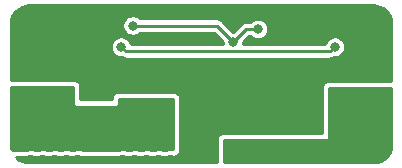
<source format=gbr>
G04 #@! TF.GenerationSoftware,KiCad,Pcbnew,(5.1.2)-2*
G04 #@! TF.CreationDate,2020-05-22T00:57:25-04:00*
G04 #@! TF.ProjectId,SWSupply,53575375-7070-46c7-992e-6b696361645f,rev?*
G04 #@! TF.SameCoordinates,Original*
G04 #@! TF.FileFunction,Copper,L2,Bot*
G04 #@! TF.FilePolarity,Positive*
%FSLAX46Y46*%
G04 Gerber Fmt 4.6, Leading zero omitted, Abs format (unit mm)*
G04 Created by KiCad (PCBNEW (5.1.2)-2) date 2020-05-22 00:57:25*
%MOMM*%
%LPD*%
G04 APERTURE LIST*
%ADD10C,0.600000*%
%ADD11O,1.700000X1.700000*%
%ADD12R,1.700000X1.700000*%
%ADD13C,0.800000*%
%ADD14C,0.250000*%
%ADD15C,0.254000*%
G04 APERTURE END LIST*
D10*
X164900000Y-123100000D03*
X163900000Y-123100000D03*
X162900000Y-123100000D03*
X161900000Y-123100000D03*
X160900000Y-123100000D03*
X157100000Y-123100000D03*
X156100000Y-123100000D03*
X155100000Y-123100000D03*
X154100000Y-123100000D03*
X153100000Y-123100000D03*
X164900000Y-118700000D03*
X163900000Y-118700000D03*
X162900000Y-118700000D03*
X161900000Y-118700000D03*
X160900000Y-118700000D03*
X164900000Y-121700000D03*
X163900000Y-121700000D03*
X162900000Y-121700000D03*
X161900000Y-121700000D03*
X160900000Y-121700000D03*
X157100000Y-121700000D03*
X156100000Y-121700000D03*
X155100000Y-121700000D03*
X154100000Y-121700000D03*
X153100000Y-121700000D03*
X152100000Y-121700000D03*
X164900000Y-120700000D03*
X163900000Y-120700000D03*
X162900000Y-120700000D03*
X161900000Y-120700000D03*
X160900000Y-120700000D03*
X157100000Y-120700000D03*
X156100000Y-120700000D03*
X155100000Y-120700000D03*
X154100000Y-120700000D03*
X153100000Y-120700000D03*
X152100000Y-120700000D03*
X164900000Y-119700000D03*
X163900000Y-119700000D03*
X162900000Y-119700000D03*
X161900000Y-119700000D03*
X160900000Y-119700000D03*
X157100000Y-119700000D03*
X156100000Y-119700000D03*
X155100000Y-119700000D03*
X154100000Y-119700000D03*
X153100000Y-119700000D03*
X165100000Y-110500000D03*
X164100000Y-110500000D03*
X163100000Y-110500000D03*
X162100000Y-110500000D03*
X161100000Y-110500000D03*
X160100000Y-110500000D03*
X159100000Y-110500000D03*
X158100000Y-110500000D03*
X157100000Y-110500000D03*
X156100000Y-113500000D03*
X155100000Y-113500000D03*
X154100000Y-113500000D03*
X153100000Y-113500000D03*
X152100000Y-113500000D03*
X156100000Y-112500000D03*
X155100000Y-112500000D03*
X154100000Y-112500000D03*
X153100000Y-112500000D03*
X152100000Y-112500000D03*
X156100000Y-111500000D03*
X155100000Y-111500000D03*
X154100000Y-111500000D03*
X153100000Y-111500000D03*
X152100000Y-111500000D03*
X152100000Y-119700000D03*
X156100000Y-110500000D03*
X155100000Y-110500000D03*
X154100000Y-110500000D03*
X153100000Y-110500000D03*
X180100000Y-112500000D03*
X181100000Y-112500000D03*
X182100000Y-112500000D03*
X183100000Y-112500000D03*
X180100000Y-113500000D03*
X181100000Y-113500000D03*
X182100000Y-113500000D03*
X183100000Y-113500000D03*
X173600000Y-111500000D03*
X174600000Y-111500000D03*
X175600000Y-111500000D03*
X176600000Y-111500000D03*
X177600000Y-111500000D03*
X178600000Y-111500000D03*
X179600000Y-111500000D03*
X180600000Y-111500000D03*
X181600000Y-111500000D03*
X182600000Y-111500000D03*
X171600000Y-110500000D03*
X172600000Y-110500000D03*
X173600000Y-110500000D03*
X174600000Y-110500000D03*
X175600000Y-110500000D03*
X176600000Y-110500000D03*
X177600000Y-110500000D03*
X178600000Y-110500000D03*
X179600000Y-110500000D03*
X180600000Y-110500000D03*
X181600000Y-110500000D03*
X182600000Y-110500000D03*
X170900000Y-123000000D03*
X171900000Y-123000000D03*
X172900000Y-123000000D03*
X173900000Y-123000000D03*
X174900000Y-123000000D03*
X175900000Y-123000000D03*
X176900000Y-123000000D03*
X177900000Y-123000000D03*
X178900000Y-123000000D03*
X170900000Y-122000000D03*
X171900000Y-122000000D03*
X172900000Y-122000000D03*
X173900000Y-122000000D03*
X174900000Y-122000000D03*
X175900000Y-122000000D03*
X176900000Y-122000000D03*
X177900000Y-122000000D03*
X182900000Y-123000000D03*
X181900000Y-123000000D03*
X180900000Y-123000000D03*
X179900000Y-123000000D03*
X182900000Y-122000000D03*
X181900000Y-122000000D03*
X180900000Y-122000000D03*
X179900000Y-122000000D03*
X178900000Y-122000000D03*
X182900000Y-121000000D03*
X181900000Y-121000000D03*
X180900000Y-121000000D03*
X179900000Y-121000000D03*
X178900000Y-121000000D03*
X182900000Y-120000000D03*
X181900000Y-120000000D03*
X180900000Y-120000000D03*
X179900000Y-120000000D03*
X178900000Y-120000000D03*
D11*
X155140000Y-118120000D03*
X152600000Y-118120000D03*
X155140000Y-115580000D03*
D12*
X152600000Y-115580000D03*
D11*
X182440000Y-118120000D03*
X179900000Y-118120000D03*
X182440000Y-115580000D03*
D12*
X179900000Y-115580000D03*
D13*
X170200000Y-113299998D03*
X172300000Y-112200000D03*
X161700000Y-111900000D03*
X160700000Y-113700000D03*
X178800000Y-113700000D03*
D14*
X171734315Y-112200000D02*
X172300000Y-112200000D01*
X171299998Y-112200000D02*
X171734315Y-112200000D01*
X170200000Y-113299998D02*
X171299998Y-112200000D01*
X162265685Y-111900000D02*
X161700000Y-111900000D01*
X168800002Y-111900000D02*
X162265685Y-111900000D01*
X170200000Y-113299998D02*
X168800002Y-111900000D01*
X160700000Y-113700000D02*
X161099999Y-114099999D01*
X178400001Y-114099999D02*
X178800000Y-113700000D01*
X161099999Y-114099999D02*
X178400001Y-114099999D01*
D15*
G36*
X182390497Y-110232891D02*
G01*
X182669927Y-110317256D01*
X182927647Y-110454289D01*
X183153847Y-110638773D01*
X183339901Y-110863673D01*
X183478731Y-111120435D01*
X183565045Y-111399270D01*
X183598001Y-111712821D01*
X183598001Y-116623000D01*
X178200000Y-116623000D01*
X178106942Y-116632165D01*
X178017460Y-116659309D01*
X177934993Y-116703389D01*
X177862710Y-116762710D01*
X177803389Y-116834993D01*
X177759309Y-116917460D01*
X177732165Y-117006942D01*
X177723000Y-117100000D01*
X177723000Y-121023000D01*
X169300000Y-121023000D01*
X169206942Y-121032165D01*
X169117460Y-121059309D01*
X169034993Y-121103389D01*
X168962710Y-121162710D01*
X168903389Y-121234993D01*
X168859309Y-121317460D01*
X168832165Y-121406942D01*
X168823000Y-121500000D01*
X168823000Y-123498000D01*
X152924551Y-123498000D01*
X152609506Y-123467109D01*
X152330077Y-123382745D01*
X152072354Y-123245712D01*
X151846155Y-123061228D01*
X151801868Y-123007695D01*
X165200000Y-123007695D01*
X165293058Y-122998530D01*
X165382540Y-122971386D01*
X165465007Y-122927306D01*
X165537290Y-122867985D01*
X165596611Y-122795702D01*
X165640691Y-122713235D01*
X165667835Y-122623753D01*
X165677000Y-122530695D01*
X165677000Y-118000000D01*
X165667835Y-117906942D01*
X165640691Y-117817460D01*
X165596611Y-117734993D01*
X165537290Y-117662710D01*
X165465007Y-117603389D01*
X165382540Y-117559309D01*
X165293058Y-117532165D01*
X165200000Y-117523000D01*
X160400000Y-117523000D01*
X160306942Y-117532165D01*
X160217460Y-117559309D01*
X160134993Y-117603389D01*
X160062710Y-117662710D01*
X160003389Y-117734993D01*
X159959309Y-117817460D01*
X159932165Y-117906942D01*
X159923000Y-118000000D01*
X159923000Y-118153695D01*
X157277000Y-118153695D01*
X157277000Y-117000000D01*
X157267835Y-116906942D01*
X157240691Y-116817460D01*
X157196611Y-116734993D01*
X157137290Y-116662710D01*
X157065007Y-116603389D01*
X156982540Y-116559309D01*
X156893058Y-116532165D01*
X156800000Y-116523000D01*
X151402000Y-116523000D01*
X151402000Y-113613623D01*
X159823000Y-113613623D01*
X159823000Y-113786377D01*
X159856703Y-113955811D01*
X159922813Y-114115415D01*
X160018790Y-114259055D01*
X160140945Y-114381210D01*
X160284585Y-114477187D01*
X160444189Y-114543297D01*
X160613623Y-114577000D01*
X160732290Y-114577000D01*
X160763928Y-114602965D01*
X160868509Y-114658865D01*
X160981987Y-114693288D01*
X161070433Y-114701999D01*
X161070442Y-114701999D01*
X161099998Y-114704910D01*
X161129555Y-114701999D01*
X178370445Y-114701999D01*
X178400001Y-114704910D01*
X178429557Y-114701999D01*
X178429567Y-114701999D01*
X178518013Y-114693288D01*
X178631491Y-114658865D01*
X178736072Y-114602965D01*
X178767710Y-114577000D01*
X178886377Y-114577000D01*
X179055811Y-114543297D01*
X179215415Y-114477187D01*
X179359055Y-114381210D01*
X179481210Y-114259055D01*
X179577187Y-114115415D01*
X179643297Y-113955811D01*
X179677000Y-113786377D01*
X179677000Y-113613623D01*
X179643297Y-113444189D01*
X179577187Y-113284585D01*
X179481210Y-113140945D01*
X179359055Y-113018790D01*
X179215415Y-112922813D01*
X179055811Y-112856703D01*
X178886377Y-112823000D01*
X178713623Y-112823000D01*
X178544189Y-112856703D01*
X178384585Y-112922813D01*
X178240945Y-113018790D01*
X178118790Y-113140945D01*
X178022813Y-113284585D01*
X177956703Y-113444189D01*
X177945999Y-113497999D01*
X171054796Y-113497999D01*
X171077000Y-113386375D01*
X171077000Y-113274354D01*
X171549355Y-112802000D01*
X171661735Y-112802000D01*
X171740945Y-112881210D01*
X171884585Y-112977187D01*
X172044189Y-113043297D01*
X172213623Y-113077000D01*
X172386377Y-113077000D01*
X172555811Y-113043297D01*
X172715415Y-112977187D01*
X172859055Y-112881210D01*
X172981210Y-112759055D01*
X173077187Y-112615415D01*
X173143297Y-112455811D01*
X173177000Y-112286377D01*
X173177000Y-112113623D01*
X173143297Y-111944189D01*
X173077187Y-111784585D01*
X172981210Y-111640945D01*
X172859055Y-111518790D01*
X172715415Y-111422813D01*
X172555811Y-111356703D01*
X172386377Y-111323000D01*
X172213623Y-111323000D01*
X172044189Y-111356703D01*
X171884585Y-111422813D01*
X171740945Y-111518790D01*
X171661735Y-111598000D01*
X171329554Y-111598000D01*
X171299997Y-111595089D01*
X171270441Y-111598000D01*
X171270432Y-111598000D01*
X171181986Y-111606711D01*
X171068508Y-111641134D01*
X170963927Y-111697034D01*
X170963925Y-111697035D01*
X170963926Y-111697035D01*
X170895225Y-111753416D01*
X170895221Y-111753420D01*
X170872261Y-111772263D01*
X170853418Y-111795223D01*
X170225644Y-112422998D01*
X170174356Y-112422998D01*
X169246591Y-111495234D01*
X169227739Y-111472263D01*
X169136073Y-111397034D01*
X169031492Y-111341134D01*
X168918014Y-111306711D01*
X168829568Y-111298000D01*
X168829558Y-111298000D01*
X168800002Y-111295089D01*
X168770446Y-111298000D01*
X162338265Y-111298000D01*
X162259055Y-111218790D01*
X162115415Y-111122813D01*
X161955811Y-111056703D01*
X161786377Y-111023000D01*
X161613623Y-111023000D01*
X161444189Y-111056703D01*
X161284585Y-111122813D01*
X161140945Y-111218790D01*
X161018790Y-111340945D01*
X160922813Y-111484585D01*
X160856703Y-111644189D01*
X160823000Y-111813623D01*
X160823000Y-111986377D01*
X160856703Y-112155811D01*
X160922813Y-112315415D01*
X161018790Y-112459055D01*
X161140945Y-112581210D01*
X161284585Y-112677187D01*
X161444189Y-112743297D01*
X161613623Y-112777000D01*
X161786377Y-112777000D01*
X161955811Y-112743297D01*
X162115415Y-112677187D01*
X162259055Y-112581210D01*
X162338265Y-112502000D01*
X168550647Y-112502000D01*
X169323000Y-113274354D01*
X169323000Y-113386375D01*
X169345204Y-113497999D01*
X161554001Y-113497999D01*
X161543297Y-113444189D01*
X161477187Y-113284585D01*
X161381210Y-113140945D01*
X161259055Y-113018790D01*
X161115415Y-112922813D01*
X160955811Y-112856703D01*
X160786377Y-112823000D01*
X160613623Y-112823000D01*
X160444189Y-112856703D01*
X160284585Y-112922813D01*
X160140945Y-113018790D01*
X160018790Y-113140945D01*
X159922813Y-113284585D01*
X159856703Y-113444189D01*
X159823000Y-113613623D01*
X151402000Y-113613623D01*
X151402000Y-111724551D01*
X151432891Y-111409503D01*
X151517256Y-111130073D01*
X151654289Y-110872353D01*
X151838773Y-110646153D01*
X152063673Y-110460099D01*
X152320435Y-110321269D01*
X152599270Y-110234955D01*
X152912812Y-110202000D01*
X182075449Y-110202000D01*
X182390497Y-110232891D01*
X182390497Y-110232891D01*
G37*
X182390497Y-110232891D02*
X182669927Y-110317256D01*
X182927647Y-110454289D01*
X183153847Y-110638773D01*
X183339901Y-110863673D01*
X183478731Y-111120435D01*
X183565045Y-111399270D01*
X183598001Y-111712821D01*
X183598001Y-116623000D01*
X178200000Y-116623000D01*
X178106942Y-116632165D01*
X178017460Y-116659309D01*
X177934993Y-116703389D01*
X177862710Y-116762710D01*
X177803389Y-116834993D01*
X177759309Y-116917460D01*
X177732165Y-117006942D01*
X177723000Y-117100000D01*
X177723000Y-121023000D01*
X169300000Y-121023000D01*
X169206942Y-121032165D01*
X169117460Y-121059309D01*
X169034993Y-121103389D01*
X168962710Y-121162710D01*
X168903389Y-121234993D01*
X168859309Y-121317460D01*
X168832165Y-121406942D01*
X168823000Y-121500000D01*
X168823000Y-123498000D01*
X152924551Y-123498000D01*
X152609506Y-123467109D01*
X152330077Y-123382745D01*
X152072354Y-123245712D01*
X151846155Y-123061228D01*
X151801868Y-123007695D01*
X165200000Y-123007695D01*
X165293058Y-122998530D01*
X165382540Y-122971386D01*
X165465007Y-122927306D01*
X165537290Y-122867985D01*
X165596611Y-122795702D01*
X165640691Y-122713235D01*
X165667835Y-122623753D01*
X165677000Y-122530695D01*
X165677000Y-118000000D01*
X165667835Y-117906942D01*
X165640691Y-117817460D01*
X165596611Y-117734993D01*
X165537290Y-117662710D01*
X165465007Y-117603389D01*
X165382540Y-117559309D01*
X165293058Y-117532165D01*
X165200000Y-117523000D01*
X160400000Y-117523000D01*
X160306942Y-117532165D01*
X160217460Y-117559309D01*
X160134993Y-117603389D01*
X160062710Y-117662710D01*
X160003389Y-117734993D01*
X159959309Y-117817460D01*
X159932165Y-117906942D01*
X159923000Y-118000000D01*
X159923000Y-118153695D01*
X157277000Y-118153695D01*
X157277000Y-117000000D01*
X157267835Y-116906942D01*
X157240691Y-116817460D01*
X157196611Y-116734993D01*
X157137290Y-116662710D01*
X157065007Y-116603389D01*
X156982540Y-116559309D01*
X156893058Y-116532165D01*
X156800000Y-116523000D01*
X151402000Y-116523000D01*
X151402000Y-113613623D01*
X159823000Y-113613623D01*
X159823000Y-113786377D01*
X159856703Y-113955811D01*
X159922813Y-114115415D01*
X160018790Y-114259055D01*
X160140945Y-114381210D01*
X160284585Y-114477187D01*
X160444189Y-114543297D01*
X160613623Y-114577000D01*
X160732290Y-114577000D01*
X160763928Y-114602965D01*
X160868509Y-114658865D01*
X160981987Y-114693288D01*
X161070433Y-114701999D01*
X161070442Y-114701999D01*
X161099998Y-114704910D01*
X161129555Y-114701999D01*
X178370445Y-114701999D01*
X178400001Y-114704910D01*
X178429557Y-114701999D01*
X178429567Y-114701999D01*
X178518013Y-114693288D01*
X178631491Y-114658865D01*
X178736072Y-114602965D01*
X178767710Y-114577000D01*
X178886377Y-114577000D01*
X179055811Y-114543297D01*
X179215415Y-114477187D01*
X179359055Y-114381210D01*
X179481210Y-114259055D01*
X179577187Y-114115415D01*
X179643297Y-113955811D01*
X179677000Y-113786377D01*
X179677000Y-113613623D01*
X179643297Y-113444189D01*
X179577187Y-113284585D01*
X179481210Y-113140945D01*
X179359055Y-113018790D01*
X179215415Y-112922813D01*
X179055811Y-112856703D01*
X178886377Y-112823000D01*
X178713623Y-112823000D01*
X178544189Y-112856703D01*
X178384585Y-112922813D01*
X178240945Y-113018790D01*
X178118790Y-113140945D01*
X178022813Y-113284585D01*
X177956703Y-113444189D01*
X177945999Y-113497999D01*
X171054796Y-113497999D01*
X171077000Y-113386375D01*
X171077000Y-113274354D01*
X171549355Y-112802000D01*
X171661735Y-112802000D01*
X171740945Y-112881210D01*
X171884585Y-112977187D01*
X172044189Y-113043297D01*
X172213623Y-113077000D01*
X172386377Y-113077000D01*
X172555811Y-113043297D01*
X172715415Y-112977187D01*
X172859055Y-112881210D01*
X172981210Y-112759055D01*
X173077187Y-112615415D01*
X173143297Y-112455811D01*
X173177000Y-112286377D01*
X173177000Y-112113623D01*
X173143297Y-111944189D01*
X173077187Y-111784585D01*
X172981210Y-111640945D01*
X172859055Y-111518790D01*
X172715415Y-111422813D01*
X172555811Y-111356703D01*
X172386377Y-111323000D01*
X172213623Y-111323000D01*
X172044189Y-111356703D01*
X171884585Y-111422813D01*
X171740945Y-111518790D01*
X171661735Y-111598000D01*
X171329554Y-111598000D01*
X171299997Y-111595089D01*
X171270441Y-111598000D01*
X171270432Y-111598000D01*
X171181986Y-111606711D01*
X171068508Y-111641134D01*
X170963927Y-111697034D01*
X170963925Y-111697035D01*
X170963926Y-111697035D01*
X170895225Y-111753416D01*
X170895221Y-111753420D01*
X170872261Y-111772263D01*
X170853418Y-111795223D01*
X170225644Y-112422998D01*
X170174356Y-112422998D01*
X169246591Y-111495234D01*
X169227739Y-111472263D01*
X169136073Y-111397034D01*
X169031492Y-111341134D01*
X168918014Y-111306711D01*
X168829568Y-111298000D01*
X168829558Y-111298000D01*
X168800002Y-111295089D01*
X168770446Y-111298000D01*
X162338265Y-111298000D01*
X162259055Y-111218790D01*
X162115415Y-111122813D01*
X161955811Y-111056703D01*
X161786377Y-111023000D01*
X161613623Y-111023000D01*
X161444189Y-111056703D01*
X161284585Y-111122813D01*
X161140945Y-111218790D01*
X161018790Y-111340945D01*
X160922813Y-111484585D01*
X160856703Y-111644189D01*
X160823000Y-111813623D01*
X160823000Y-111986377D01*
X160856703Y-112155811D01*
X160922813Y-112315415D01*
X161018790Y-112459055D01*
X161140945Y-112581210D01*
X161284585Y-112677187D01*
X161444189Y-112743297D01*
X161613623Y-112777000D01*
X161786377Y-112777000D01*
X161955811Y-112743297D01*
X162115415Y-112677187D01*
X162259055Y-112581210D01*
X162338265Y-112502000D01*
X168550647Y-112502000D01*
X169323000Y-113274354D01*
X169323000Y-113386375D01*
X169345204Y-113497999D01*
X161554001Y-113497999D01*
X161543297Y-113444189D01*
X161477187Y-113284585D01*
X161381210Y-113140945D01*
X161259055Y-113018790D01*
X161115415Y-112922813D01*
X160955811Y-112856703D01*
X160786377Y-112823000D01*
X160613623Y-112823000D01*
X160444189Y-112856703D01*
X160284585Y-112922813D01*
X160140945Y-113018790D01*
X160018790Y-113140945D01*
X159922813Y-113284585D01*
X159856703Y-113444189D01*
X159823000Y-113613623D01*
X151402000Y-113613623D01*
X151402000Y-111724551D01*
X151432891Y-111409503D01*
X151517256Y-111130073D01*
X151654289Y-110872353D01*
X151838773Y-110646153D01*
X152063673Y-110460099D01*
X152320435Y-110321269D01*
X152599270Y-110234955D01*
X152912812Y-110202000D01*
X182075449Y-110202000D01*
X182390497Y-110232891D01*
G36*
X156673000Y-118630695D02*
G01*
X156675440Y-118655471D01*
X156682667Y-118679296D01*
X156694403Y-118701252D01*
X156710197Y-118720498D01*
X156729443Y-118736292D01*
X156751399Y-118748028D01*
X156775224Y-118755255D01*
X156800000Y-118757695D01*
X160400000Y-118757695D01*
X160424776Y-118755255D01*
X160448601Y-118748028D01*
X160470557Y-118736292D01*
X160489803Y-118720498D01*
X160505597Y-118701252D01*
X160517333Y-118679296D01*
X160524560Y-118655471D01*
X160527000Y-118630695D01*
X160527000Y-118127000D01*
X165073000Y-118127000D01*
X165073000Y-122342189D01*
X164976528Y-122323000D01*
X164823472Y-122323000D01*
X164673357Y-122352859D01*
X164550628Y-122403695D01*
X164249372Y-122403695D01*
X164126643Y-122352859D01*
X163976528Y-122323000D01*
X163823472Y-122323000D01*
X163673357Y-122352859D01*
X163550628Y-122403695D01*
X163249372Y-122403695D01*
X163126643Y-122352859D01*
X162976528Y-122323000D01*
X162823472Y-122323000D01*
X162673357Y-122352859D01*
X162550628Y-122403695D01*
X162249372Y-122403695D01*
X162126643Y-122352859D01*
X161976528Y-122323000D01*
X161823472Y-122323000D01*
X161673357Y-122352859D01*
X161550628Y-122403695D01*
X161249372Y-122403695D01*
X161126643Y-122352859D01*
X160976528Y-122323000D01*
X160823472Y-122323000D01*
X160673357Y-122352859D01*
X160550628Y-122403695D01*
X157449372Y-122403695D01*
X157326643Y-122352859D01*
X157176528Y-122323000D01*
X157023472Y-122323000D01*
X156873357Y-122352859D01*
X156750628Y-122403695D01*
X156449372Y-122403695D01*
X156326643Y-122352859D01*
X156176528Y-122323000D01*
X156023472Y-122323000D01*
X155873357Y-122352859D01*
X155750628Y-122403695D01*
X155449372Y-122403695D01*
X155326643Y-122352859D01*
X155176528Y-122323000D01*
X155023472Y-122323000D01*
X154873357Y-122352859D01*
X154750628Y-122403695D01*
X154449372Y-122403695D01*
X154326643Y-122352859D01*
X154176528Y-122323000D01*
X154023472Y-122323000D01*
X153873357Y-122352859D01*
X153750628Y-122403695D01*
X153449372Y-122403695D01*
X153326643Y-122352859D01*
X153176528Y-122323000D01*
X153023472Y-122323000D01*
X152873357Y-122352859D01*
X152750628Y-122403695D01*
X151466828Y-122403695D01*
X151434955Y-122300730D01*
X151402000Y-121987187D01*
X151402000Y-117127000D01*
X156673000Y-117127000D01*
X156673000Y-118630695D01*
X156673000Y-118630695D01*
G37*
X156673000Y-118630695D02*
X156675440Y-118655471D01*
X156682667Y-118679296D01*
X156694403Y-118701252D01*
X156710197Y-118720498D01*
X156729443Y-118736292D01*
X156751399Y-118748028D01*
X156775224Y-118755255D01*
X156800000Y-118757695D01*
X160400000Y-118757695D01*
X160424776Y-118755255D01*
X160448601Y-118748028D01*
X160470557Y-118736292D01*
X160489803Y-118720498D01*
X160505597Y-118701252D01*
X160517333Y-118679296D01*
X160524560Y-118655471D01*
X160527000Y-118630695D01*
X160527000Y-118127000D01*
X165073000Y-118127000D01*
X165073000Y-122342189D01*
X164976528Y-122323000D01*
X164823472Y-122323000D01*
X164673357Y-122352859D01*
X164550628Y-122403695D01*
X164249372Y-122403695D01*
X164126643Y-122352859D01*
X163976528Y-122323000D01*
X163823472Y-122323000D01*
X163673357Y-122352859D01*
X163550628Y-122403695D01*
X163249372Y-122403695D01*
X163126643Y-122352859D01*
X162976528Y-122323000D01*
X162823472Y-122323000D01*
X162673357Y-122352859D01*
X162550628Y-122403695D01*
X162249372Y-122403695D01*
X162126643Y-122352859D01*
X161976528Y-122323000D01*
X161823472Y-122323000D01*
X161673357Y-122352859D01*
X161550628Y-122403695D01*
X161249372Y-122403695D01*
X161126643Y-122352859D01*
X160976528Y-122323000D01*
X160823472Y-122323000D01*
X160673357Y-122352859D01*
X160550628Y-122403695D01*
X157449372Y-122403695D01*
X157326643Y-122352859D01*
X157176528Y-122323000D01*
X157023472Y-122323000D01*
X156873357Y-122352859D01*
X156750628Y-122403695D01*
X156449372Y-122403695D01*
X156326643Y-122352859D01*
X156176528Y-122323000D01*
X156023472Y-122323000D01*
X155873357Y-122352859D01*
X155750628Y-122403695D01*
X155449372Y-122403695D01*
X155326643Y-122352859D01*
X155176528Y-122323000D01*
X155023472Y-122323000D01*
X154873357Y-122352859D01*
X154750628Y-122403695D01*
X154449372Y-122403695D01*
X154326643Y-122352859D01*
X154176528Y-122323000D01*
X154023472Y-122323000D01*
X153873357Y-122352859D01*
X153750628Y-122403695D01*
X153449372Y-122403695D01*
X153326643Y-122352859D01*
X153176528Y-122323000D01*
X153023472Y-122323000D01*
X152873357Y-122352859D01*
X152750628Y-122403695D01*
X151466828Y-122403695D01*
X151434955Y-122300730D01*
X151402000Y-121987187D01*
X151402000Y-117127000D01*
X156673000Y-117127000D01*
X156673000Y-118630695D01*
G36*
X183598000Y-121975449D02*
G01*
X183567109Y-122290494D01*
X183482745Y-122569923D01*
X183345712Y-122827646D01*
X183161228Y-123053845D01*
X182936327Y-123239901D01*
X182679566Y-123378731D01*
X182400730Y-123465045D01*
X182087187Y-123498000D01*
X169427000Y-123498000D01*
X169427000Y-121627000D01*
X178200000Y-121627000D01*
X178224776Y-121624560D01*
X178248601Y-121617333D01*
X178270557Y-121605597D01*
X178289803Y-121589803D01*
X178305597Y-121570557D01*
X178317333Y-121548601D01*
X178324560Y-121524776D01*
X178327000Y-121500000D01*
X178327000Y-117227000D01*
X183598001Y-117227000D01*
X183598000Y-121975449D01*
X183598000Y-121975449D01*
G37*
X183598000Y-121975449D02*
X183567109Y-122290494D01*
X183482745Y-122569923D01*
X183345712Y-122827646D01*
X183161228Y-123053845D01*
X182936327Y-123239901D01*
X182679566Y-123378731D01*
X182400730Y-123465045D01*
X182087187Y-123498000D01*
X169427000Y-123498000D01*
X169427000Y-121627000D01*
X178200000Y-121627000D01*
X178224776Y-121624560D01*
X178248601Y-121617333D01*
X178270557Y-121605597D01*
X178289803Y-121589803D01*
X178305597Y-121570557D01*
X178317333Y-121548601D01*
X178324560Y-121524776D01*
X178327000Y-121500000D01*
X178327000Y-117227000D01*
X183598001Y-117227000D01*
X183598000Y-121975449D01*
M02*

</source>
